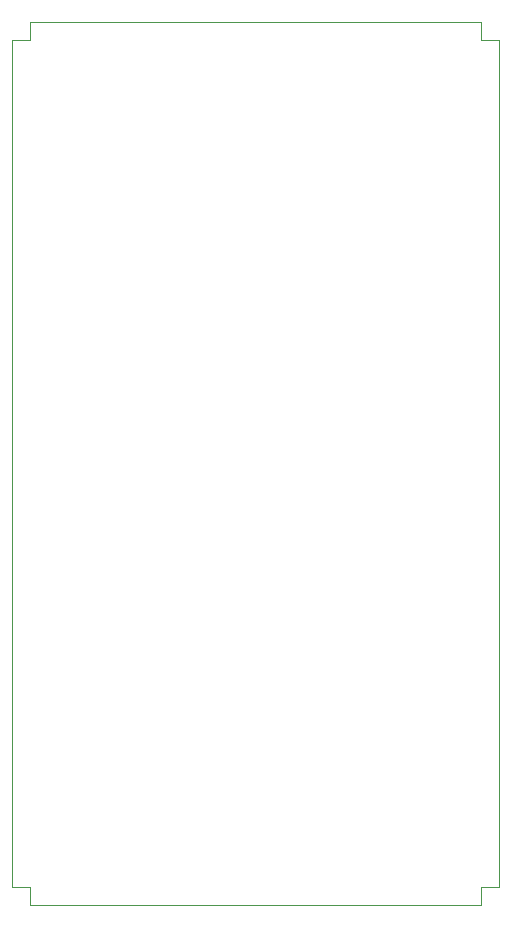
<source format=gm1>
G04 #@! TF.GenerationSoftware,KiCad,Pcbnew,9.0.3*
G04 #@! TF.CreationDate,2025-12-21T00:38:46-08:00*
G04 #@! TF.ProjectId,games_aparat_electronics,67616d65-735f-4617-9061-7261745f656c,rev?*
G04 #@! TF.SameCoordinates,Original*
G04 #@! TF.FileFunction,Profile,NP*
%FSLAX46Y46*%
G04 Gerber Fmt 4.6, Leading zero omitted, Abs format (unit mm)*
G04 Created by KiCad (PCBNEW 9.0.3) date 2025-12-21 00:38:46*
%MOMM*%
%LPD*%
G01*
G04 APERTURE LIST*
G04 #@! TA.AperFunction,Profile*
%ADD10C,0.050000*%
G04 #@! TD*
G04 APERTURE END LIST*
D10*
X180600000Y-43000000D02*
X182100000Y-43000000D01*
X182100000Y-114700000D01*
X180600000Y-114700000D01*
X180600000Y-116200000D01*
X142400000Y-116200000D01*
X142400000Y-114700000D01*
X140900000Y-114700000D01*
X140900000Y-43000000D01*
X142400000Y-43000000D01*
X142400000Y-41500000D01*
X180600000Y-41500000D01*
X180600000Y-43000000D01*
M02*

</source>
